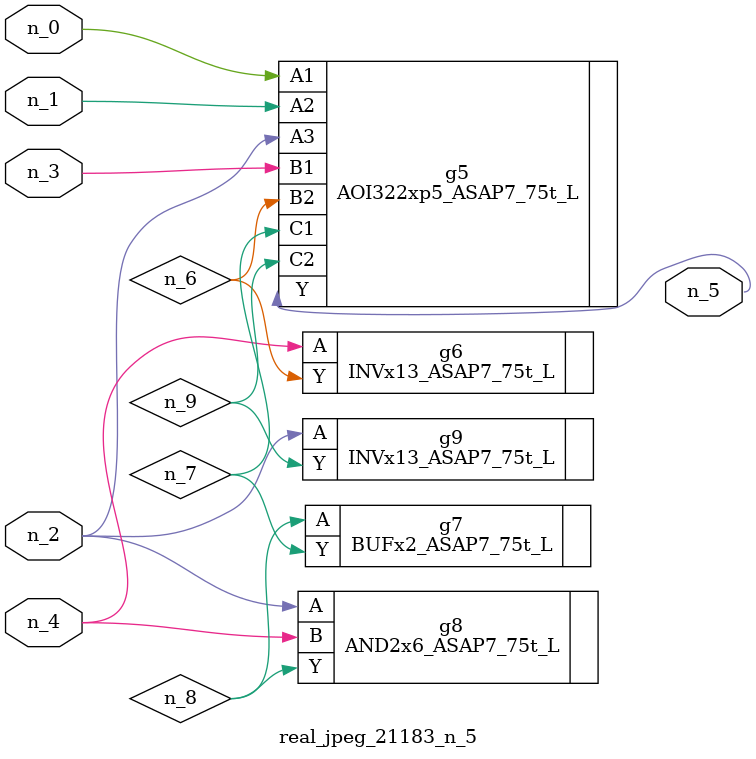
<source format=v>
module real_jpeg_21183_n_5 (n_4, n_0, n_1, n_2, n_3, n_5);

input n_4;
input n_0;
input n_1;
input n_2;
input n_3;

output n_5;

wire n_8;
wire n_6;
wire n_7;
wire n_9;

AOI322xp5_ASAP7_75t_L g5 ( 
.A1(n_0),
.A2(n_1),
.A3(n_2),
.B1(n_3),
.B2(n_6),
.C1(n_7),
.C2(n_9),
.Y(n_5)
);

AND2x6_ASAP7_75t_L g8 ( 
.A(n_2),
.B(n_4),
.Y(n_8)
);

INVx13_ASAP7_75t_L g9 ( 
.A(n_2),
.Y(n_9)
);

INVx13_ASAP7_75t_L g6 ( 
.A(n_4),
.Y(n_6)
);

BUFx2_ASAP7_75t_L g7 ( 
.A(n_8),
.Y(n_7)
);


endmodule
</source>
